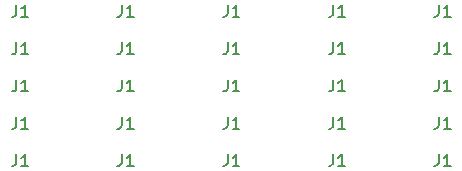
<source format=gbr>
%TF.GenerationSoftware,KiCad,Pcbnew,(6.0.7)*%
%TF.CreationDate,2023-04-05T23:06:48+08:00*%
%TF.ProjectId,MicroUSB2TypeC,4d696372-6f55-4534-9232-54797065432e,rev?*%
%TF.SameCoordinates,Original*%
%TF.FileFunction,Legend,Top*%
%TF.FilePolarity,Positive*%
%FSLAX46Y46*%
G04 Gerber Fmt 4.6, Leading zero omitted, Abs format (unit mm)*
G04 Created by KiCad (PCBNEW (6.0.7)) date 2023-04-05 23:06:48*
%MOMM*%
%LPD*%
G01*
G04 APERTURE LIST*
%ADD10C,0.150000*%
G04 APERTURE END LIST*
D10*
%TO.C,J1*%
X186336666Y-93222380D02*
X186336666Y-93936666D01*
X186289047Y-94079523D01*
X186193809Y-94174761D01*
X186050952Y-94222380D01*
X185955714Y-94222380D01*
X187336666Y-94222380D02*
X186765238Y-94222380D01*
X187050952Y-94222380D02*
X187050952Y-93222380D01*
X186955714Y-93365238D01*
X186860476Y-93460476D01*
X186765238Y-93508095D01*
X177396666Y-93222380D02*
X177396666Y-93936666D01*
X177349047Y-94079523D01*
X177253809Y-94174761D01*
X177110952Y-94222380D01*
X177015714Y-94222380D01*
X178396666Y-94222380D02*
X177825238Y-94222380D01*
X178110952Y-94222380D02*
X178110952Y-93222380D01*
X178015714Y-93365238D01*
X177920476Y-93460476D01*
X177825238Y-93508095D01*
X168456666Y-93222380D02*
X168456666Y-93936666D01*
X168409047Y-94079523D01*
X168313809Y-94174761D01*
X168170952Y-94222380D01*
X168075714Y-94222380D01*
X169456666Y-94222380D02*
X168885238Y-94222380D01*
X169170952Y-94222380D02*
X169170952Y-93222380D01*
X169075714Y-93365238D01*
X168980476Y-93460476D01*
X168885238Y-93508095D01*
X159516666Y-93222380D02*
X159516666Y-93936666D01*
X159469047Y-94079523D01*
X159373809Y-94174761D01*
X159230952Y-94222380D01*
X159135714Y-94222380D01*
X160516666Y-94222380D02*
X159945238Y-94222380D01*
X160230952Y-94222380D02*
X160230952Y-93222380D01*
X160135714Y-93365238D01*
X160040476Y-93460476D01*
X159945238Y-93508095D01*
X150576666Y-93222380D02*
X150576666Y-93936666D01*
X150529047Y-94079523D01*
X150433809Y-94174761D01*
X150290952Y-94222380D01*
X150195714Y-94222380D01*
X151576666Y-94222380D02*
X151005238Y-94222380D01*
X151290952Y-94222380D02*
X151290952Y-93222380D01*
X151195714Y-93365238D01*
X151100476Y-93460476D01*
X151005238Y-93508095D01*
X186336666Y-90062380D02*
X186336666Y-90776666D01*
X186289047Y-90919523D01*
X186193809Y-91014761D01*
X186050952Y-91062380D01*
X185955714Y-91062380D01*
X187336666Y-91062380D02*
X186765238Y-91062380D01*
X187050952Y-91062380D02*
X187050952Y-90062380D01*
X186955714Y-90205238D01*
X186860476Y-90300476D01*
X186765238Y-90348095D01*
X177396666Y-90062380D02*
X177396666Y-90776666D01*
X177349047Y-90919523D01*
X177253809Y-91014761D01*
X177110952Y-91062380D01*
X177015714Y-91062380D01*
X178396666Y-91062380D02*
X177825238Y-91062380D01*
X178110952Y-91062380D02*
X178110952Y-90062380D01*
X178015714Y-90205238D01*
X177920476Y-90300476D01*
X177825238Y-90348095D01*
X168456666Y-90062380D02*
X168456666Y-90776666D01*
X168409047Y-90919523D01*
X168313809Y-91014761D01*
X168170952Y-91062380D01*
X168075714Y-91062380D01*
X169456666Y-91062380D02*
X168885238Y-91062380D01*
X169170952Y-91062380D02*
X169170952Y-90062380D01*
X169075714Y-90205238D01*
X168980476Y-90300476D01*
X168885238Y-90348095D01*
X159516666Y-90062380D02*
X159516666Y-90776666D01*
X159469047Y-90919523D01*
X159373809Y-91014761D01*
X159230952Y-91062380D01*
X159135714Y-91062380D01*
X160516666Y-91062380D02*
X159945238Y-91062380D01*
X160230952Y-91062380D02*
X160230952Y-90062380D01*
X160135714Y-90205238D01*
X160040476Y-90300476D01*
X159945238Y-90348095D01*
X150576666Y-90062380D02*
X150576666Y-90776666D01*
X150529047Y-90919523D01*
X150433809Y-91014761D01*
X150290952Y-91062380D01*
X150195714Y-91062380D01*
X151576666Y-91062380D02*
X151005238Y-91062380D01*
X151290952Y-91062380D02*
X151290952Y-90062380D01*
X151195714Y-90205238D01*
X151100476Y-90300476D01*
X151005238Y-90348095D01*
X186336666Y-86902380D02*
X186336666Y-87616666D01*
X186289047Y-87759523D01*
X186193809Y-87854761D01*
X186050952Y-87902380D01*
X185955714Y-87902380D01*
X187336666Y-87902380D02*
X186765238Y-87902380D01*
X187050952Y-87902380D02*
X187050952Y-86902380D01*
X186955714Y-87045238D01*
X186860476Y-87140476D01*
X186765238Y-87188095D01*
X177396666Y-86902380D02*
X177396666Y-87616666D01*
X177349047Y-87759523D01*
X177253809Y-87854761D01*
X177110952Y-87902380D01*
X177015714Y-87902380D01*
X178396666Y-87902380D02*
X177825238Y-87902380D01*
X178110952Y-87902380D02*
X178110952Y-86902380D01*
X178015714Y-87045238D01*
X177920476Y-87140476D01*
X177825238Y-87188095D01*
X168456666Y-86902380D02*
X168456666Y-87616666D01*
X168409047Y-87759523D01*
X168313809Y-87854761D01*
X168170952Y-87902380D01*
X168075714Y-87902380D01*
X169456666Y-87902380D02*
X168885238Y-87902380D01*
X169170952Y-87902380D02*
X169170952Y-86902380D01*
X169075714Y-87045238D01*
X168980476Y-87140476D01*
X168885238Y-87188095D01*
X159516666Y-86902380D02*
X159516666Y-87616666D01*
X159469047Y-87759523D01*
X159373809Y-87854761D01*
X159230952Y-87902380D01*
X159135714Y-87902380D01*
X160516666Y-87902380D02*
X159945238Y-87902380D01*
X160230952Y-87902380D02*
X160230952Y-86902380D01*
X160135714Y-87045238D01*
X160040476Y-87140476D01*
X159945238Y-87188095D01*
X150576666Y-86902380D02*
X150576666Y-87616666D01*
X150529047Y-87759523D01*
X150433809Y-87854761D01*
X150290952Y-87902380D01*
X150195714Y-87902380D01*
X151576666Y-87902380D02*
X151005238Y-87902380D01*
X151290952Y-87902380D02*
X151290952Y-86902380D01*
X151195714Y-87045238D01*
X151100476Y-87140476D01*
X151005238Y-87188095D01*
X186336666Y-83742380D02*
X186336666Y-84456666D01*
X186289047Y-84599523D01*
X186193809Y-84694761D01*
X186050952Y-84742380D01*
X185955714Y-84742380D01*
X187336666Y-84742380D02*
X186765238Y-84742380D01*
X187050952Y-84742380D02*
X187050952Y-83742380D01*
X186955714Y-83885238D01*
X186860476Y-83980476D01*
X186765238Y-84028095D01*
X177396666Y-83742380D02*
X177396666Y-84456666D01*
X177349047Y-84599523D01*
X177253809Y-84694761D01*
X177110952Y-84742380D01*
X177015714Y-84742380D01*
X178396666Y-84742380D02*
X177825238Y-84742380D01*
X178110952Y-84742380D02*
X178110952Y-83742380D01*
X178015714Y-83885238D01*
X177920476Y-83980476D01*
X177825238Y-84028095D01*
X168456666Y-83742380D02*
X168456666Y-84456666D01*
X168409047Y-84599523D01*
X168313809Y-84694761D01*
X168170952Y-84742380D01*
X168075714Y-84742380D01*
X169456666Y-84742380D02*
X168885238Y-84742380D01*
X169170952Y-84742380D02*
X169170952Y-83742380D01*
X169075714Y-83885238D01*
X168980476Y-83980476D01*
X168885238Y-84028095D01*
X159516666Y-83742380D02*
X159516666Y-84456666D01*
X159469047Y-84599523D01*
X159373809Y-84694761D01*
X159230952Y-84742380D01*
X159135714Y-84742380D01*
X160516666Y-84742380D02*
X159945238Y-84742380D01*
X160230952Y-84742380D02*
X160230952Y-83742380D01*
X160135714Y-83885238D01*
X160040476Y-83980476D01*
X159945238Y-84028095D01*
X150576666Y-83742380D02*
X150576666Y-84456666D01*
X150529047Y-84599523D01*
X150433809Y-84694761D01*
X150290952Y-84742380D01*
X150195714Y-84742380D01*
X151576666Y-84742380D02*
X151005238Y-84742380D01*
X151290952Y-84742380D02*
X151290952Y-83742380D01*
X151195714Y-83885238D01*
X151100476Y-83980476D01*
X151005238Y-84028095D01*
X186336666Y-80582380D02*
X186336666Y-81296666D01*
X186289047Y-81439523D01*
X186193809Y-81534761D01*
X186050952Y-81582380D01*
X185955714Y-81582380D01*
X187336666Y-81582380D02*
X186765238Y-81582380D01*
X187050952Y-81582380D02*
X187050952Y-80582380D01*
X186955714Y-80725238D01*
X186860476Y-80820476D01*
X186765238Y-80868095D01*
X177396666Y-80582380D02*
X177396666Y-81296666D01*
X177349047Y-81439523D01*
X177253809Y-81534761D01*
X177110952Y-81582380D01*
X177015714Y-81582380D01*
X178396666Y-81582380D02*
X177825238Y-81582380D01*
X178110952Y-81582380D02*
X178110952Y-80582380D01*
X178015714Y-80725238D01*
X177920476Y-80820476D01*
X177825238Y-80868095D01*
X168456666Y-80582380D02*
X168456666Y-81296666D01*
X168409047Y-81439523D01*
X168313809Y-81534761D01*
X168170952Y-81582380D01*
X168075714Y-81582380D01*
X169456666Y-81582380D02*
X168885238Y-81582380D01*
X169170952Y-81582380D02*
X169170952Y-80582380D01*
X169075714Y-80725238D01*
X168980476Y-80820476D01*
X168885238Y-80868095D01*
X159516666Y-80582380D02*
X159516666Y-81296666D01*
X159469047Y-81439523D01*
X159373809Y-81534761D01*
X159230952Y-81582380D01*
X159135714Y-81582380D01*
X160516666Y-81582380D02*
X159945238Y-81582380D01*
X160230952Y-81582380D02*
X160230952Y-80582380D01*
X160135714Y-80725238D01*
X160040476Y-80820476D01*
X159945238Y-80868095D01*
X150576666Y-80582380D02*
X150576666Y-81296666D01*
X150529047Y-81439523D01*
X150433809Y-81534761D01*
X150290952Y-81582380D01*
X150195714Y-81582380D01*
X151576666Y-81582380D02*
X151005238Y-81582380D01*
X151290952Y-81582380D02*
X151290952Y-80582380D01*
X151195714Y-80725238D01*
X151100476Y-80820476D01*
X151005238Y-80868095D01*
%TD*%
M02*

</source>
